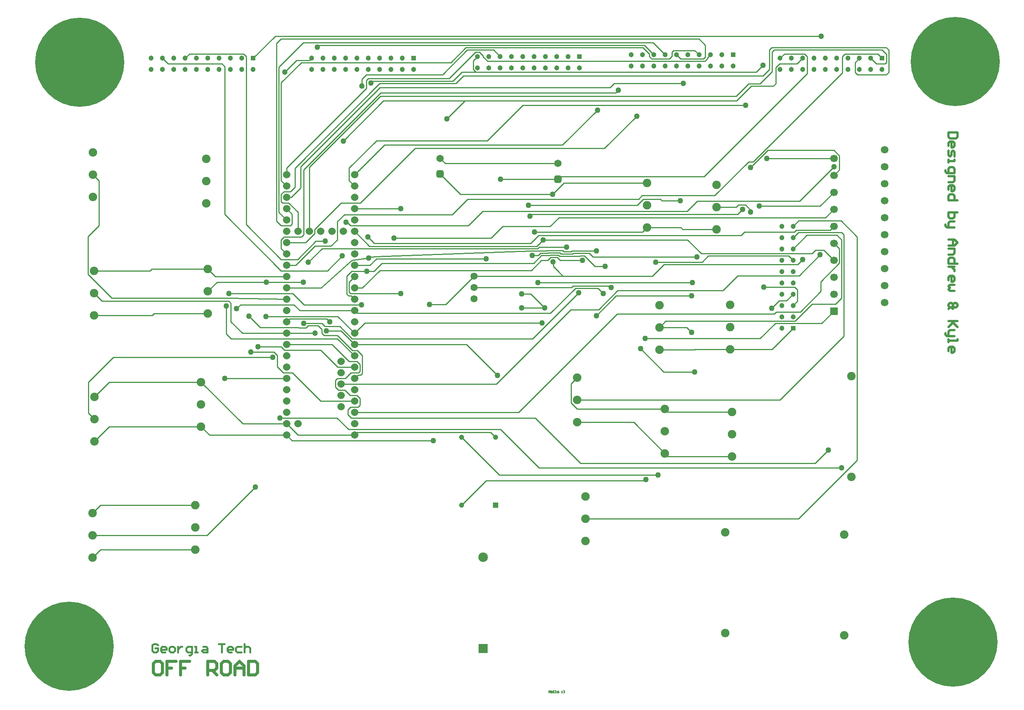
<source format=gbl>
G04*
G04 #@! TF.GenerationSoftware,Altium Limited,Altium Designer,25.8.1 (18)*
G04*
G04 Layer_Physical_Order=2*
G04 Layer_Color=16711680*
%FSLAX44Y44*%
%MOMM*%
G71*
G04*
G04 #@! TF.SameCoordinates,1CB4CA92-3C3F-48A4-B028-BF96C05B1928*
G04*
G04*
G04 #@! TF.FilePolarity,Positive*
G04*
G01*
G75*
%ADD14C,0.2540*%
%ADD29R,1.1350X1.1350*%
%ADD30C,1.1350*%
%ADD32C,2.1450*%
%ADD34C,1.7000*%
%ADD37R,1.7000X1.7000*%
%ADD38R,2.1450X2.1450*%
%ADD40R,1.1350X1.1350*%
%ADD43C,1.1580*%
%ADD44R,1.1580X1.1580*%
%ADD45C,1.6650*%
%ADD46C,1.9000*%
%ADD47C,1.6000*%
G04:AMPARAMS|DCode=48|XSize=1.65mm|YSize=1.65mm|CornerRadius=0.4125mm|HoleSize=0mm|Usage=FLASHONLY|Rotation=90.000|XOffset=0mm|YOffset=0mm|HoleType=Round|Shape=RoundedRectangle|*
%AMROUNDEDRECTD48*
21,1,1.6500,0.8250,0,0,90.0*
21,1,0.8250,1.6500,0,0,90.0*
1,1,0.8250,0.4125,0.4125*
1,1,0.8250,0.4125,-0.4125*
1,1,0.8250,-0.4125,-0.4125*
1,1,0.8250,-0.4125,0.4125*
%
%ADD48ROUNDEDRECTD48*%
%ADD49C,1.6500*%
%ADD50C,1.2700*%
%ADD51C,20.0000*%
%ADD52C,0.5080*%
%ADD53C,0.6350*%
%ADD54C,0.3810*%
D14*
X783138Y1001342D02*
G03*
X776777Y998381I1722J-12012D01*
G01*
X1782674Y1133450D02*
X1859280Y1210056D01*
Y1210310D01*
X1326896Y876300D02*
X1371346Y920750D01*
X1540510D01*
X617220Y646430D02*
X617728Y646938D01*
X745490D01*
X771398Y621030D01*
X1112012D01*
X768559Y1085850D02*
X776179Y1078230D01*
X765810Y1085850D02*
X768559D01*
X776179Y1078230D02*
X1039876D01*
X672084Y900430D02*
X800100D01*
X646176Y926338D02*
X672084Y900430D01*
X503428Y926338D02*
X646176D01*
X1478788Y991108D02*
X1778508D01*
X1789430Y1002030D01*
X1221560Y1011174D02*
X1222576Y1012190D01*
X1230414Y986790D02*
X1241190Y976014D01*
X1229360Y996950D02*
X1230414Y995896D01*
X1183386Y1011174D02*
X1196522D01*
X1217822Y1000252D02*
X1224680Y1007110D01*
X1186434Y993902D02*
X1203706Y1011174D01*
X1239170Y1007110D02*
X1246028Y1000252D01*
X1214685Y1021334D02*
X1215701Y1022350D01*
X1246028Y1000252D02*
X1295400D01*
X711962Y1026922D02*
X1195396D01*
X1244778Y1017270D02*
X1247158Y1014890D01*
X1274132D01*
X1201602Y1016254D02*
X1216789D01*
X1217805Y1017270D02*
X1244778D01*
X1224680Y1007110D02*
X1239170D01*
X1251906Y1022350D02*
X1253412Y1020844D01*
X1179178Y1021334D02*
X1214685D01*
X1203706Y1011174D02*
X1221560D01*
X1215701Y1022350D02*
X1251906D01*
X1196522Y1011174D02*
X1201602Y1016254D01*
X1195396Y1026922D02*
X1198698Y1030224D01*
X1243654Y1009810D02*
X1280576D01*
X1241274Y1012190D02*
X1243654Y1009810D01*
X1203332Y1000252D02*
X1217822D01*
X1222576Y1012190D02*
X1241274D01*
X1198698Y1030224D02*
X1260348D01*
X1230414Y986790D02*
Y995896D01*
X1216789Y1016254D02*
X1217805Y1017270D01*
X1274132Y1014890D02*
X1275496Y1016254D01*
X1254286Y1019970D02*
X1270416D01*
X1253412Y1020844D02*
X1254286Y1019970D01*
X1270416D02*
X1272034Y1021588D01*
X1181127Y978047D02*
X1203332Y1000252D01*
X627491Y799338D02*
X708660D01*
X603758Y795020D02*
X611378Y787400D01*
X620378Y806450D02*
X627491Y799338D01*
X552450Y795020D02*
X603758D01*
X568706Y806450D02*
X620378D01*
X783138Y1001342D02*
X814506Y1005840D01*
X816610D01*
X832032Y1009142D02*
X1179178Y1021334D01*
X818098Y1007328D02*
X832032Y1009142D01*
X632460Y938530D02*
X709762D01*
X776777Y998381D01*
X816610Y1005840D02*
X818098Y1007328D01*
X834136Y1004062D02*
X1080008D01*
X784860Y989330D02*
X819404D01*
X834136Y1004062D01*
X1431900Y1137260D02*
X1470555D01*
X1473705Y1134110D01*
X1515110D01*
X1592414Y1145730D02*
X1667971Y1221287D01*
X1421790Y1137920D02*
X1429599Y1145730D01*
X1592414D01*
X1251750Y964800D02*
X1452480D01*
X812292Y976122D02*
X828179D01*
X778510D02*
X812292D01*
X1246632Y1182930D02*
Y1188212D01*
X1025398Y1422908D02*
X1056640D01*
X1032256Y1358646D02*
X1641348D01*
X849884D02*
X1032256D01*
X632460Y608330D02*
X644652Y596138D01*
X961136D01*
X1241190Y976014D02*
X1251750Y964800D01*
X1452480D02*
X1478788Y991108D01*
X1052830Y964800D02*
X1251750D01*
X198120Y1192530D02*
X211582Y1179068D01*
Y1077976D02*
Y1179068D01*
X187198Y1053592D02*
X211582Y1077976D01*
X187198Y969010D02*
Y1053592D01*
Y969010D02*
X240625Y915583D01*
X503515D01*
X632460Y913130D01*
Y836930D02*
X696468D01*
X1596390Y1120140D02*
X1640586D01*
X1645412Y1124966D01*
X1661160D01*
X1672844Y1113282D01*
Y1109218D02*
Y1113282D01*
X976860Y1194080D02*
X1022606Y1148334D01*
X1228852D01*
X1719834Y892556D02*
X1736852Y909574D01*
X1752854D01*
X1767840Y924560D01*
X1460246Y996188D02*
X1563878D01*
X1577935Y1010245D01*
X1758355D01*
X1767840Y1000760D01*
X1159002Y893740D02*
X1211412D01*
X784860Y887730D02*
X790774Y881816D01*
X1223954D01*
X1280160Y938022D01*
X1330764D01*
X1342546Y926240D01*
X777240Y920750D02*
X784860Y913130D01*
X771455Y920750D02*
X777240D01*
X767645Y924560D02*
X771455Y920750D01*
X767645Y924560D02*
Y965257D01*
X778510Y976122D01*
X1280576Y1009810D02*
X1300226Y1010666D01*
X1323848Y987044D02*
X1346200D01*
X828179Y976122D02*
X845959Y993902D01*
X1186434D01*
X1300226Y1010666D02*
X1323848Y987044D01*
X1272034Y1021588D02*
X1327150D01*
X1024890Y450850D02*
X1080008Y505968D01*
X1435354D01*
X1437640Y508254D01*
X1435862Y824992D02*
X1437640Y823214D01*
X1435862Y824992D02*
X1693926D01*
X1728129Y859195D02*
X1832015D01*
X1693926Y824992D02*
X1728129Y859195D01*
X1832015D02*
X1859280Y886460D01*
X1957578Y1463802D02*
X1967230Y1454150D01*
X1884172Y1463802D02*
X1957578D01*
X1878330Y1457960D02*
X1884172Y1463802D01*
X1878330Y1421638D02*
Y1457960D01*
X1677979Y1221287D02*
X1878330Y1421638D01*
X1667971Y1221287D02*
X1677979D01*
X1038098Y1137920D02*
X1421790D01*
X1003300Y1103122D02*
X1038098Y1137920D01*
X762000Y1103122D02*
X1003300D01*
X746252Y1087374D02*
X762000Y1103122D01*
X746252Y1046480D02*
Y1087374D01*
X732136Y1032364D02*
X746252Y1046480D01*
X696057Y1032364D02*
X732136D01*
X653022Y989330D02*
X696057Y1032364D01*
X632460Y989330D02*
X653022D01*
X821436Y1398270D02*
X826135Y1402969D01*
X1005459D01*
X1025398Y1422908D01*
X772668Y1179322D02*
X784860Y1167130D01*
X772668Y1179322D02*
Y1207770D01*
X834136Y1269238D01*
X1082294D01*
X1161796Y1348740D01*
X1661160D01*
X611378Y762000D02*
Y787400D01*
Y762000D02*
X625348Y748030D01*
X645160D01*
X708660Y684530D01*
X784860D01*
X354330Y1454150D02*
X367030Y1441450D01*
X487680D01*
X494030Y1435100D01*
Y1103376D02*
Y1435100D01*
Y1103376D02*
X620268Y977138D01*
X723900D01*
X757428Y1010666D01*
X1651254Y1056386D02*
X1659128Y1064260D01*
X1770888D01*
X1836831Y1023209D02*
X1859280Y1000760D01*
X1818386Y1023209D02*
X1836831D01*
X1810502Y1015325D02*
X1818386Y1023209D01*
X1562013Y1015325D02*
X1810502D01*
X1531112Y1046226D02*
X1562013Y1015325D01*
X1207516Y1046226D02*
X1531112D01*
X620325Y1179265D02*
X632460Y1167130D01*
X620325Y1179265D02*
Y1399343D01*
X665480Y1444498D01*
X1001268D01*
X1034375Y1477605D01*
X1431457D01*
X1445768Y1463294D01*
Y1457960D02*
Y1463294D01*
Y1457960D02*
X1451443Y1452285D01*
X1490218D01*
X1496568Y1458635D01*
Y1468120D01*
X1499870Y1471422D01*
X1547368D01*
X1557020Y1461770D01*
X1672844Y1208786D02*
X1711452Y1247394D01*
X1859280D01*
X1871726Y1234948D01*
Y1203706D02*
Y1234948D01*
X1859280Y1191260D02*
X1871726Y1203706D01*
X701040Y1478788D02*
X704937Y1482685D01*
X1434505D01*
X1455420Y1461770D01*
X754360Y722630D02*
X1102360D01*
X1269492Y889762D01*
X1331976D01*
X1374648Y932434D01*
X1610614D01*
X1643888Y965708D01*
X1781302D01*
X1828546Y1012952D01*
X1776730Y1441450D02*
X1789430Y1454150D01*
X1737360Y1441450D02*
X1776730D01*
X1728978Y1433068D02*
X1737360Y1441450D01*
X1728978Y1397000D02*
Y1433068D01*
X1723644Y1391666D02*
X1728978Y1397000D01*
X1674368Y1391666D02*
X1723644D01*
X1641348Y1358646D02*
X1674368Y1391666D01*
X991362Y1317752D02*
X1032256Y1358646D01*
X1178306Y1099820D02*
X1182370Y1103884D01*
X1643338D01*
X1654260Y1114806D01*
X1425702Y802132D02*
X1477772Y750062D01*
X1547114D01*
X1174750Y1124204D02*
X1418844D01*
X1431900Y1137260D01*
X1702308Y940308D02*
X1771904D01*
X1777492Y934720D01*
Y908812D02*
Y934720D01*
X1767840Y899160D02*
X1777492Y908812D01*
X197580Y433540D02*
X215360Y451320D01*
X427450D01*
X201390Y693890D02*
X234880Y727380D01*
X440690D01*
X534340Y633730D01*
X632460D01*
X657860Y608330D01*
X784860D01*
X791152Y614622D01*
X1089718D01*
X1101090Y603250D01*
X455930Y980910D02*
X472910Y963930D01*
X632460D01*
X330200Y980910D02*
X455930D01*
X326390Y977100D02*
X330200Y980910D01*
X200660Y977100D02*
X326390D01*
X976860Y1229080D02*
X988010Y1217930D01*
X1240790D01*
X1052830Y939800D02*
X1271270D01*
X1274572Y943102D01*
X1357122D01*
X1360424Y939800D01*
X197580Y333540D02*
X215360Y351320D01*
X427450D01*
X201390Y593890D02*
X234880Y627380D01*
X440690D01*
X459740Y608330D01*
X632460D01*
X335280Y880910D02*
X455930D01*
X331470Y877100D02*
X335280Y880910D01*
X200660Y877100D02*
X331470D01*
X989222Y901192D02*
X1052830Y964800D01*
X953008Y901192D02*
X989222D01*
X197580Y383540D02*
X454406D01*
X562610Y491744D01*
X187960Y657320D02*
X201390Y643890D01*
X187960Y657320D02*
Y726948D01*
X244094Y783082D01*
X601218D01*
X632460Y862330D02*
X639087Y868957D01*
X722353D01*
X728980Y862330D01*
X533400Y836930D02*
X632460D01*
X507746Y862584D02*
X533400Y836930D01*
X507746Y862584D02*
Y904240D01*
X503174Y908812D02*
X507746Y904240D01*
X218948Y908812D02*
X503174D01*
X200660Y927100D02*
X218948Y908812D01*
X476815Y951795D02*
X670052D01*
X628396Y1423162D02*
X654812Y1449578D01*
X683768D01*
X688340Y1454150D01*
X455930Y930910D02*
X476815Y951795D01*
X493776Y735330D02*
X632460D01*
X1283970Y637070D02*
X1410430D01*
X1480280Y567220D01*
X1487430Y560070D01*
X1630680D01*
X1468120Y800100D02*
X1547114D01*
X1547914Y800900D01*
X1626330D01*
X1720380D01*
X1767840Y848360D01*
X1520190Y1070140D02*
X1596390D01*
X1516380Y1073950D02*
X1520190Y1070140D01*
X1440180Y1073950D02*
X1516380D01*
X1430490Y1064260D02*
X1440180Y1073950D01*
X1188466Y1064260D02*
X1430490D01*
X1270508Y723608D02*
X1283970Y737070D01*
X1270508Y680720D02*
Y723608D01*
Y680720D02*
X1284008Y667220D01*
X1480280D01*
X1487430Y660070D01*
X1630680D01*
X1254468Y1173950D02*
X1440180D01*
X1228852Y1148334D02*
X1254468Y1173950D01*
X1529080Y850100D02*
X1540510Y838670D01*
X1468120Y850100D02*
X1529080D01*
X1468120D02*
X1482295Y864275D01*
X1772325D01*
X1810258Y902208D01*
X1863090D01*
X1876806Y915924D01*
Y1046480D01*
X1866392Y1056894D02*
X1876806Y1046480D01*
X1798574Y1056894D02*
X1866392D01*
X1767840Y1026160D02*
X1798574Y1056894D01*
X1283970Y687070D02*
X1738630D01*
X1881886Y830326D01*
Y1058418D01*
X1876806Y1063498D02*
X1881886Y1058418D01*
X1779778Y1063498D02*
X1876806D01*
X1767840Y1051560D02*
X1779778Y1063498D01*
X1302480Y420370D02*
X1780286D01*
X1911604Y551688D01*
Y1053338D01*
X1875536Y1089406D02*
X1911604Y1053338D01*
X1780286Y1089406D02*
X1875536D01*
X1767840Y1076960D02*
X1780286Y1089406D01*
X1159002Y925068D02*
X1180084D01*
X1211412Y893740D01*
X681228Y996188D02*
X711962Y1026922D01*
X662432Y887730D02*
X784860D01*
X649224Y900938D02*
X662432Y887730D01*
X529336Y900938D02*
X649224D01*
X520170Y891772D02*
X529336Y900938D01*
X671068Y858774D02*
X671195Y858901D01*
X711200D01*
X717931Y852170D01*
X752094D01*
X779526Y824738D01*
X1184148D01*
X1287272Y927862D01*
X784860Y938530D02*
X802260D01*
X841777Y978047D01*
X1181127D01*
X1111556Y1182930D02*
X1240790D01*
X1246632D01*
Y1188212D02*
X1567942D01*
X1799082Y1419352D01*
Y1457960D01*
X1793240Y1463802D02*
X1799082Y1457960D01*
X1748282Y1463802D02*
X1793240D01*
X1738630Y1454150D02*
X1748282Y1463802D01*
X776027Y926338D02*
X888238D01*
X772725Y929640D02*
X776027Y926338D01*
X772725Y929640D02*
Y951795D01*
X784860Y963930D01*
X1024890Y603250D02*
X1109472Y518668D01*
X1465072D01*
X1050798Y1448308D02*
X1060450Y1457960D01*
X1050798Y1428750D02*
Y1448308D01*
Y1428750D02*
X1056640Y1422908D01*
X1685290D01*
X1700530Y1438148D01*
X784860Y659130D02*
X1152652D01*
X1373632Y880110D01*
X1725662D01*
X1729980Y884428D01*
X1783842D01*
X1830070Y930656D01*
Y952500D01*
X1871726Y994156D01*
Y1026414D01*
X1859280Y1038860D02*
X1871726Y1026414D01*
X607060Y1503680D02*
X1830745D01*
X557530Y1454150D02*
X607060Y1503680D01*
X548386Y875030D02*
X573221Y850195D01*
X659279D01*
X660860Y848614D01*
X675973D01*
X681180Y853821D01*
X703199D01*
X711200Y845820D01*
Y836676D02*
Y845820D01*
Y836676D02*
X716280Y831596D01*
X746579D01*
X779853Y798322D01*
X791210D01*
X802075Y787457D01*
Y746760D02*
Y787457D01*
X798830Y743515D02*
X802075Y746760D01*
X793045Y743515D02*
X798830D01*
X784860Y735330D02*
X793045Y743515D01*
X708660Y799338D02*
X747268Y760730D01*
X784860D01*
X497078Y835660D02*
Y897636D01*
Y835660D02*
X508000Y824738D01*
X746252D01*
X784860Y786130D01*
X405130Y1454150D02*
X414782Y1463802D01*
X535940D01*
X541782Y1457960D01*
Y1081024D02*
Y1457960D01*
Y1081024D02*
X620268Y1002538D01*
X657098D01*
X697992Y1043432D01*
X718820D01*
X721360Y841756D02*
X754634D01*
X784860Y811530D01*
X1036066D01*
X1105408Y742188D01*
X747268Y874522D02*
X784860Y836930D01*
X586486Y874522D02*
X747268D01*
X784860Y836930D02*
X808228Y860298D01*
X1205230D01*
X632460Y811530D02*
X734568D01*
X772160Y773938D01*
X790194D01*
X796995Y767137D01*
Y751840D02*
Y767137D01*
X793750Y748595D02*
X796995Y751840D01*
X776535Y748595D02*
X793750D01*
X763778Y735838D02*
X776535Y748595D01*
X746506Y735838D02*
X763778D01*
X742188Y731520D02*
X746506Y735838D01*
X742188Y716280D02*
Y731520D01*
Y716280D02*
X749046Y709422D01*
X763270D01*
X774954Y697738D01*
X790194D01*
X797052Y690880D01*
Y675640D02*
Y690880D01*
X792734Y671322D02*
X797052Y675640D01*
X775462Y671322D02*
X792734D01*
X769620Y665480D02*
X775462Y671322D01*
X769620Y654558D02*
Y665480D01*
Y654558D02*
X777240Y646938D01*
X1189482D01*
X1291590Y544830D01*
X1816862D01*
X1846580Y574548D01*
X1112012Y621030D02*
X1198118Y534924D01*
X1876806D01*
X814832Y1053338D02*
X829310Y1038860D01*
X1179830D01*
X1197356Y1056386D01*
X1651254D01*
X1770888Y1064260D02*
X1775206Y1068578D01*
X1850898D01*
X1859280Y1076960D01*
X784860Y1065530D02*
X818388Y1032002D01*
X1193292D01*
X1207516Y1046226D01*
X801116Y1391920D02*
Y1407160D01*
X811276Y1417320D01*
X982472D01*
X1037677Y1472525D01*
X1096685D01*
X1111250Y1457960D01*
X784860Y1116330D02*
X888746D01*
X784860Y1192530D02*
X851916Y1259586D01*
X1251204D01*
X1329182Y1337564D01*
X632460Y1192530D02*
Y1208024D01*
X811276Y1386840D01*
Y1404620D01*
X815271Y1408615D01*
X997135D01*
X1055965Y1467445D01*
X1064935D01*
X1073150Y1459230D01*
Y1457198D02*
Y1459230D01*
Y1457198D02*
X1083143Y1447205D01*
X1570243D01*
X1575919Y1452880D01*
Y1455269D01*
X1582420Y1461770D01*
X1709166Y1229360D02*
X1859280D01*
X632460Y1141730D02*
X642494D01*
X663956Y1163192D01*
Y1210252D01*
X841814Y1388110D01*
X1357376D01*
X1366774Y1397508D01*
X1521968D01*
X632460Y1116330D02*
X644595Y1104195D01*
Y1082040D02*
Y1104195D01*
X641293Y1078738D02*
X644595Y1082040D01*
X619760Y1078738D02*
X641293D01*
X609600Y1088898D02*
X619760Y1078738D01*
X609600Y1088898D02*
Y1486916D01*
X619760Y1497076D01*
X1557274D01*
X1570990Y1483360D01*
Y1456857D02*
Y1483360D01*
X1566418Y1452285D02*
X1570990Y1456857D01*
X1515705Y1452285D02*
X1566418D01*
X1506220Y1461770D02*
X1515705Y1452285D01*
X1691894Y1122172D02*
X1828292D01*
X1859280Y1153160D01*
X615245Y1108145D02*
X632460Y1090930D01*
X615245Y1108145D02*
Y1434110D01*
X670083Y1488948D01*
X1453642D01*
X1480820Y1461770D01*
X632460Y1040130D02*
X675386D01*
X695452Y1060196D01*
Y1069594D01*
X754888Y1129030D01*
X797560D01*
X920242Y1251712D01*
X1345184D01*
X1417320Y1323848D01*
X620268Y1026922D02*
X632460Y1014730D01*
X620268Y1026922D02*
Y1046480D01*
X626618Y1052830D01*
X665480D01*
X670560Y1057910D01*
Y1203965D01*
X843275Y1376680D01*
X1370584D01*
X1376172Y1382268D01*
X683260Y1065530D02*
Y1209294D01*
X842518Y1368552D01*
X1640222D01*
X1668550Y1396880D01*
X1693552D01*
X1720850Y1424178D01*
Y1468120D01*
X1725930Y1473200D01*
X1966722D01*
X1976882Y1463040D01*
Y1444752D02*
Y1463040D01*
X1973580Y1441450D02*
X1976882Y1444752D01*
X1954530Y1441450D02*
X1973580D01*
X1941830Y1454150D02*
X1954530Y1441450D01*
X657860Y1065530D02*
Y1108456D01*
X636778Y1129538D02*
X657860Y1108456D01*
X623627Y1129538D02*
X636778D01*
X620325Y1132840D02*
X623627Y1129538D01*
X620325Y1132840D02*
Y1148645D01*
X626618Y1154938D01*
X641350D01*
X651002Y1164590D01*
Y1207458D01*
X841433Y1397889D01*
X1012406D01*
X1029297Y1414780D01*
X1700784D01*
X1714754Y1428750D01*
Y1473200D01*
X1719834Y1478280D01*
X1976628D01*
X1981962Y1472946D01*
Y1422400D02*
Y1472946D01*
X1976628Y1417066D02*
X1981962Y1422400D01*
X1912112Y1417066D02*
X1976628D01*
X1906778Y1422400D02*
X1912112Y1417066D01*
X1906778Y1422400D02*
Y1444498D01*
X1916430Y1454150D01*
X1039876Y1078230D02*
X1072134Y1110488D01*
X1529842D01*
X1552804Y1133450D01*
X1782674D01*
X872998Y1050544D02*
X1090930D01*
X1117092Y1076706D01*
X1223264D01*
X1242822Y1096264D01*
X1840484D01*
X1859280Y1115060D01*
X759460Y1268222D02*
X849884Y1358646D01*
X1275496Y1016254D02*
X1311148D01*
X1319401Y1008001D01*
X1552319D01*
X1195676Y950722D02*
X1542034D01*
X1220470Y35558D02*
Y30480D01*
Y33019D01*
X1223856D01*
Y35558D01*
Y30480D01*
X1228087D02*
X1226395D01*
X1225548Y31326D01*
Y33019D01*
X1226395Y33866D01*
X1228087D01*
X1228934Y33019D01*
Y32173D01*
X1225548D01*
X1230627Y30480D02*
X1232319D01*
X1231473D01*
Y35558D01*
X1230627D01*
X1234859Y30480D02*
X1236552D01*
X1235705D01*
Y35558D01*
X1234859D01*
X1239937Y30480D02*
X1241630D01*
X1242476Y31326D01*
Y33019D01*
X1241630Y33866D01*
X1239937D01*
X1239091Y33019D01*
Y31326D01*
X1239937Y30480D01*
X1249247Y33866D02*
X1250094D01*
Y33019D01*
X1249247D01*
Y33866D01*
Y31326D02*
X1250094D01*
Y30480D01*
X1249247D01*
Y31326D01*
X1253479Y30480D02*
X1255172Y32173D01*
Y33866D01*
X1253479Y35558D01*
D29*
X1967230Y1454150D02*
D03*
X916940D02*
D03*
X557530D02*
D03*
X1289050Y1457960D02*
D03*
X1633220Y1461770D02*
D03*
D30*
X1941830Y1454150D02*
D03*
X1916430D02*
D03*
X1891030D02*
D03*
X1865630D02*
D03*
X1840230D02*
D03*
X1814830D02*
D03*
X1738630D02*
D03*
X1967230Y1428750D02*
D03*
X1941830D02*
D03*
X1916430D02*
D03*
X1891030D02*
D03*
X1865630D02*
D03*
X1840230D02*
D03*
X1814830D02*
D03*
X1789430D02*
D03*
X1764030D02*
D03*
X1738630D02*
D03*
X1789430Y1454150D02*
D03*
X1764030D02*
D03*
X688340Y1428750D02*
D03*
X713740D02*
D03*
X739140D02*
D03*
X764540D02*
D03*
X789940D02*
D03*
X815340D02*
D03*
X840740D02*
D03*
X866140D02*
D03*
X891540D02*
D03*
X916940D02*
D03*
X688340Y1454150D02*
D03*
X713740D02*
D03*
X739140D02*
D03*
X764540D02*
D03*
X789940D02*
D03*
X815340D02*
D03*
X840740D02*
D03*
X866140D02*
D03*
X891540D02*
D03*
X328930Y1428750D02*
D03*
X354330D02*
D03*
X379730D02*
D03*
X405130D02*
D03*
X430530D02*
D03*
X455930D02*
D03*
X481330D02*
D03*
X506730D02*
D03*
X532130D02*
D03*
X557530D02*
D03*
X328930Y1454150D02*
D03*
X354330D02*
D03*
X379730D02*
D03*
X405130D02*
D03*
X430530D02*
D03*
X455930D02*
D03*
X481330D02*
D03*
X506730D02*
D03*
X532130D02*
D03*
X1060450Y1432560D02*
D03*
X1085850D02*
D03*
X1111250D02*
D03*
X1136650D02*
D03*
X1162050D02*
D03*
X1187450D02*
D03*
X1212850D02*
D03*
X1238250D02*
D03*
X1263650D02*
D03*
X1289050D02*
D03*
X1060450Y1457960D02*
D03*
X1085850D02*
D03*
X1111250D02*
D03*
X1136650D02*
D03*
X1162050D02*
D03*
X1187450D02*
D03*
X1212850D02*
D03*
X1238250D02*
D03*
X1263650D02*
D03*
X1742440Y1076960D02*
D03*
Y1051560D02*
D03*
Y1026160D02*
D03*
Y1000760D02*
D03*
Y975360D02*
D03*
Y949960D02*
D03*
Y924560D02*
D03*
Y899160D02*
D03*
Y873760D02*
D03*
Y848360D02*
D03*
X1767840Y1076960D02*
D03*
Y1051560D02*
D03*
Y1026160D02*
D03*
Y1000760D02*
D03*
Y975360D02*
D03*
Y949960D02*
D03*
Y924560D02*
D03*
Y899160D02*
D03*
Y873760D02*
D03*
X1404620Y1436370D02*
D03*
X1430020D02*
D03*
X1455420D02*
D03*
X1480820D02*
D03*
X1506220D02*
D03*
X1531620D02*
D03*
X1557020D02*
D03*
X1582420D02*
D03*
X1607820D02*
D03*
X1633220D02*
D03*
X1404620Y1461770D02*
D03*
X1430020D02*
D03*
X1455420D02*
D03*
X1480820D02*
D03*
X1506220D02*
D03*
X1531620D02*
D03*
X1557020D02*
D03*
X1582420D02*
D03*
X1607820D02*
D03*
D32*
X1073150Y333930D02*
D03*
D34*
X1859280Y962660D02*
D03*
Y1115060D02*
D03*
Y924560D02*
D03*
X1973280Y1248360D02*
D03*
Y1210260D02*
D03*
Y1172160D02*
D03*
Y1134060D02*
D03*
Y1095960D02*
D03*
Y1057860D02*
D03*
Y1019760D02*
D03*
Y981660D02*
D03*
Y943560D02*
D03*
Y905460D02*
D03*
X1859280Y1229360D02*
D03*
Y1191260D02*
D03*
Y1153160D02*
D03*
Y1076960D02*
D03*
Y1038860D02*
D03*
Y1000760D02*
D03*
D37*
Y886460D02*
D03*
D38*
X1073150Y129030D02*
D03*
D40*
X1767840Y848360D02*
D03*
D43*
X1024890Y450850D02*
D03*
Y603250D02*
D03*
X1101090D02*
D03*
D44*
Y450850D02*
D03*
D45*
X657860Y1065530D02*
D03*
X683260D02*
D03*
X759460D02*
D03*
X754360Y697230D02*
D03*
X632460Y989330D02*
D03*
X754360Y671830D02*
D03*
X632460Y608330D02*
D03*
X754360Y722630D02*
D03*
X784860Y633730D02*
D03*
Y963930D02*
D03*
X708660Y1065530D02*
D03*
X754360Y773430D02*
D03*
Y748030D02*
D03*
X632460Y963930D02*
D03*
X784860Y608330D02*
D03*
X632460Y633730D02*
D03*
X657860D02*
D03*
X632460Y659130D02*
D03*
X734060Y1065530D02*
D03*
X632460Y1014730D02*
D03*
Y1040130D02*
D03*
Y1065530D02*
D03*
Y1090930D02*
D03*
Y1116330D02*
D03*
Y1141730D02*
D03*
Y1167130D02*
D03*
Y1192530D02*
D03*
X784860D02*
D03*
Y1167130D02*
D03*
Y1141730D02*
D03*
Y1116330D02*
D03*
Y1090930D02*
D03*
Y1065530D02*
D03*
Y1040130D02*
D03*
Y1014730D02*
D03*
Y989330D02*
D03*
X632460Y684530D02*
D03*
Y709930D02*
D03*
Y735330D02*
D03*
Y760730D02*
D03*
Y786130D02*
D03*
Y811530D02*
D03*
Y836930D02*
D03*
Y862330D02*
D03*
Y887730D02*
D03*
Y913130D02*
D03*
Y938530D02*
D03*
X784860D02*
D03*
Y913130D02*
D03*
Y887730D02*
D03*
Y862330D02*
D03*
Y836930D02*
D03*
Y811530D02*
D03*
Y786130D02*
D03*
Y760730D02*
D03*
Y735330D02*
D03*
Y709930D02*
D03*
Y684530D02*
D03*
Y659130D02*
D03*
D46*
X440690Y677380D02*
D03*
X452120Y1128560D02*
D03*
X198120Y1142530D02*
D03*
X455930Y880910D02*
D03*
X200660Y877100D02*
D03*
X440690Y627380D02*
D03*
X201390Y593890D02*
D03*
X427450Y351320D02*
D03*
X197580Y333540D02*
D03*
X1882140Y158780D02*
D03*
Y384780D02*
D03*
X198120Y1242530D02*
D03*
X452120Y1228560D02*
D03*
X455930Y980910D02*
D03*
X200660Y977100D02*
D03*
X440690Y727380D02*
D03*
X201390Y693890D02*
D03*
X427450Y451320D02*
D03*
X197580Y433540D02*
D03*
X1615440Y389860D02*
D03*
Y163860D02*
D03*
X1898080Y740780D02*
D03*
Y514780D02*
D03*
X1596390Y1170140D02*
D03*
Y1120140D02*
D03*
Y1070140D02*
D03*
X1626330Y900900D02*
D03*
Y850900D02*
D03*
Y800900D02*
D03*
X1480280Y667220D02*
D03*
Y617220D02*
D03*
Y567220D02*
D03*
X1630680Y660070D02*
D03*
Y610070D02*
D03*
Y560070D02*
D03*
X1440180Y1173950D02*
D03*
Y1123950D02*
D03*
Y1073950D02*
D03*
X1468120Y900100D02*
D03*
Y850100D02*
D03*
Y800100D02*
D03*
X1283970Y737070D02*
D03*
Y687070D02*
D03*
Y637070D02*
D03*
X1302480Y470370D02*
D03*
Y420370D02*
D03*
Y370370D02*
D03*
X452120Y1178560D02*
D03*
X455930Y930910D02*
D03*
X427450Y401320D02*
D03*
X200660Y927100D02*
D03*
X201390Y643890D02*
D03*
X197580Y383540D02*
D03*
X198120Y1192530D02*
D03*
D47*
X1052830Y964800D02*
D03*
Y913800D02*
D03*
Y939800D02*
D03*
D48*
X1240790Y1182930D02*
D03*
X976860Y1194080D02*
D03*
D49*
X1240790Y1217930D02*
D03*
X976860Y1229080D02*
D03*
D50*
X1859280Y1210310D02*
D03*
X1540510Y920750D02*
D03*
X617220Y646430D02*
D03*
X765810Y1085850D02*
D03*
X800100Y900430D02*
D03*
X1789430Y1002030D02*
D03*
X586740Y951795D02*
D03*
X1437640Y508254D02*
D03*
X1229360Y996950D02*
D03*
X552450Y795020D02*
D03*
X816610Y1005840D02*
D03*
X1515110Y1134110D02*
D03*
X1460246Y996188D02*
D03*
X1552319Y1008001D02*
D03*
X961136Y596138D02*
D03*
X696468Y836930D02*
D03*
X1672844Y1109218D02*
D03*
X1719834Y892556D02*
D03*
X1159002Y893740D02*
D03*
X1211412D02*
D03*
X1342546Y926240D02*
D03*
X812292Y976122D02*
D03*
X1346200Y987044D02*
D03*
X1327150Y1021588D02*
D03*
X1435862Y824992D02*
D03*
X821436Y1398270D02*
D03*
X1700530Y1438148D02*
D03*
X1661160Y1348740D02*
D03*
X757428Y1010666D02*
D03*
X1672844Y1208786D02*
D03*
X701040Y1478788D02*
D03*
X1828546Y1012952D02*
D03*
X991362Y1317752D02*
D03*
X1178306Y1099820D02*
D03*
X1654260Y1114806D02*
D03*
X1425702Y802132D02*
D03*
X1547114Y750062D02*
D03*
X1174750Y1124204D02*
D03*
X1702308Y940308D02*
D03*
X1360424Y939800D02*
D03*
X953008Y901192D02*
D03*
X562610Y491744D02*
D03*
X601218Y783082D02*
D03*
X728980Y862330D02*
D03*
X670052Y951795D02*
D03*
X628396Y1423162D02*
D03*
X493776Y735330D02*
D03*
X1188466Y1064260D02*
D03*
X1228852Y1148334D02*
D03*
X1540510Y838670D02*
D03*
X1080008Y1004062D02*
D03*
X1159002Y925068D02*
D03*
X681228Y996188D02*
D03*
X1260348Y1030224D02*
D03*
X520170Y891772D02*
D03*
X671068Y858774D02*
D03*
X1287272Y927862D02*
D03*
X1295400Y1000252D02*
D03*
X1111556Y1182930D02*
D03*
X888238Y926338D02*
D03*
X1465072Y518668D02*
D03*
X1830745Y1503680D02*
D03*
X503428Y926338D02*
D03*
X548386Y875030D02*
D03*
X568706Y806450D02*
D03*
X497078Y897636D02*
D03*
X718820Y1043432D02*
D03*
X721360Y841756D02*
D03*
X1105408Y742188D02*
D03*
X586486Y874522D02*
D03*
X1205230Y860298D02*
D03*
X1846580Y574548D02*
D03*
X1876806Y534924D02*
D03*
X814832Y1053338D02*
D03*
X1207516Y1046226D02*
D03*
X801116Y1391920D02*
D03*
X888746Y1116330D02*
D03*
X1329182Y1337564D02*
D03*
X1709166Y1229360D02*
D03*
X1521968Y1397508D02*
D03*
X1691894Y1122172D02*
D03*
X1417320Y1323848D02*
D03*
X1376172Y1382268D02*
D03*
X872998Y1050544D02*
D03*
X759460Y1268222D02*
D03*
X1183386Y1011174D02*
D03*
X1195676Y950722D02*
D03*
X1542034D02*
D03*
X1326896Y876300D02*
D03*
D51*
X168910Y1445260D02*
D03*
X2125980Y143510D02*
D03*
X2131060Y1446530D02*
D03*
X144780Y134620D02*
D03*
D52*
X2136555Y1287780D02*
X2116241D01*
Y1277623D01*
X2119627Y1274238D01*
X2133169D01*
X2136555Y1277623D01*
Y1287780D01*
X2116241Y1257310D02*
Y1264081D01*
X2119627Y1267467D01*
X2126398D01*
X2129783Y1264081D01*
Y1257310D01*
X2126398Y1253924D01*
X2123012D01*
Y1267467D01*
X2116241Y1247153D02*
Y1236996D01*
X2119627Y1233611D01*
X2123012Y1236996D01*
Y1243768D01*
X2126398Y1247153D01*
X2129783Y1243768D01*
Y1233611D01*
X2116241Y1226840D02*
Y1220069D01*
Y1223454D01*
X2129783D01*
Y1226840D01*
X2109470Y1203141D02*
Y1199755D01*
X2112856Y1196370D01*
X2129783D01*
Y1206526D01*
X2126398Y1209912D01*
X2119627D01*
X2116241Y1206526D01*
Y1196370D01*
Y1189598D02*
X2129783D01*
Y1179442D01*
X2126398Y1176056D01*
X2116241D01*
Y1159128D02*
Y1165900D01*
X2119627Y1169285D01*
X2126398D01*
X2129783Y1165900D01*
Y1159128D01*
X2126398Y1155743D01*
X2123012D01*
Y1169285D01*
X2136555Y1135429D02*
X2116241D01*
Y1145586D01*
X2119627Y1148972D01*
X2126398D01*
X2129783Y1145586D01*
Y1135429D01*
X2136555Y1108345D02*
X2116241D01*
Y1098188D01*
X2119627Y1094802D01*
X2123012D01*
X2126398D01*
X2129783Y1098188D01*
Y1108345D01*
Y1088031D02*
X2119627D01*
X2116241Y1084646D01*
Y1074489D01*
X2112856D01*
X2109470Y1077875D01*
Y1081260D01*
X2116241Y1074489D02*
X2129783D01*
X2116241Y1047404D02*
X2129783D01*
X2136555Y1040633D01*
X2129783Y1033862D01*
X2116241D01*
X2126398D01*
Y1047404D01*
X2116241Y1027091D02*
X2129783D01*
Y1016934D01*
X2126398Y1013549D01*
X2116241D01*
X2136555Y993235D02*
X2116241D01*
Y1003392D01*
X2119627Y1006778D01*
X2126398D01*
X2129783Y1003392D01*
Y993235D01*
Y986464D02*
X2116241D01*
X2123012D01*
X2126398Y983079D01*
X2129783Y979693D01*
Y976308D01*
X2116241Y955994D02*
Y962765D01*
X2119627Y966151D01*
X2126398D01*
X2129783Y962765D01*
Y955994D01*
X2126398Y952608D01*
X2123012D01*
Y966151D01*
X2129783Y945837D02*
X2119627D01*
X2116241Y942452D01*
X2119627Y939066D01*
X2116241Y935681D01*
X2119627Y932295D01*
X2129783D01*
X2116241Y891668D02*
X2119627Y895054D01*
X2116241Y898439D01*
Y901825D01*
X2119627Y905211D01*
X2123012D01*
X2126398Y901825D01*
X2129783Y905211D01*
X2133169D01*
X2136555Y901825D01*
Y898439D01*
X2133169Y895054D01*
X2129783D01*
X2126398Y898439D01*
X2123012Y895054D01*
X2119627D01*
X2126398Y891668D02*
X2123012Y895054D01*
X2126398Y901825D02*
Y898439D01*
X2136555Y864584D02*
X2116241D01*
X2123012D01*
X2136555Y851041D01*
X2126398Y861198D01*
X2116241Y851041D01*
X2129783Y844270D02*
X2119627D01*
X2116241Y840885D01*
Y830728D01*
X2112856D01*
X2109470Y834114D01*
Y837499D01*
X2116241Y830728D02*
X2129783D01*
X2116241Y823957D02*
Y817186D01*
Y820571D01*
X2136555D01*
Y823957D01*
X2116241Y796872D02*
Y803643D01*
X2119627Y807029D01*
X2126398D01*
X2129783Y803643D01*
Y796872D01*
X2126398Y793487D01*
X2123012D01*
Y807029D01*
D53*
X349245Y100320D02*
X339088D01*
X334010Y95242D01*
Y74928D01*
X339088Y69850D01*
X349245D01*
X354323Y74928D01*
Y95242D01*
X349245Y100320D01*
X384794D02*
X364480D01*
Y85085D01*
X374637D01*
X364480D01*
Y69850D01*
X415264Y100320D02*
X394950D01*
Y85085D01*
X405107D01*
X394950D01*
Y69850D01*
X455891D02*
Y100320D01*
X471126D01*
X476204Y95242D01*
Y85085D01*
X471126Y80007D01*
X455891D01*
X466047D02*
X476204Y69850D01*
X501596Y100320D02*
X491439D01*
X486361Y95242D01*
Y74928D01*
X491439Y69850D01*
X501596D01*
X506674Y74928D01*
Y95242D01*
X501596Y100320D01*
X516831Y69850D02*
Y90163D01*
X526988Y100320D01*
X537144Y90163D01*
Y69850D01*
Y85085D01*
X516831D01*
X547301Y100320D02*
Y69850D01*
X562536D01*
X567614Y74928D01*
Y95242D01*
X562536Y100320D01*
X547301D01*
D54*
X344166Y136518D02*
X340992Y139692D01*
X334644D01*
X331470Y136518D01*
Y123822D01*
X334644Y120648D01*
X340992D01*
X344166Y123822D01*
Y130170D01*
X337818D01*
X360036Y120648D02*
X353688D01*
X350514Y123822D01*
Y130170D01*
X353688Y133344D01*
X360036D01*
X363210Y130170D01*
Y126996D01*
X350514D01*
X372732Y120648D02*
X379080D01*
X382254Y123822D01*
Y130170D01*
X379080Y133344D01*
X372732D01*
X369558Y130170D01*
Y123822D01*
X372732Y120648D01*
X388602Y133344D02*
Y120648D01*
Y126996D01*
X391776Y130170D01*
X394949Y133344D01*
X398124D01*
X413993Y114300D02*
X417167D01*
X420341Y117474D01*
Y133344D01*
X410819D01*
X407645Y130170D01*
Y123822D01*
X410819Y120648D01*
X420341D01*
X426689D02*
X433037D01*
X429863D01*
Y133344D01*
X426689D01*
X445733D02*
X452081D01*
X455255Y130170D01*
Y120648D01*
X445733D01*
X442559Y123822D01*
X445733Y126996D01*
X455255D01*
X480647Y139692D02*
X493343D01*
X486995D01*
Y120648D01*
X509213D02*
X502865D01*
X499691Y123822D01*
Y130170D01*
X502865Y133344D01*
X509213D01*
X512387Y130170D01*
Y126996D01*
X499691D01*
X531430Y133344D02*
X521908D01*
X518735Y130170D01*
Y123822D01*
X521908Y120648D01*
X531430D01*
X537778Y139692D02*
Y120648D01*
Y130170D01*
X540952Y133344D01*
X547300D01*
X550474Y130170D01*
Y120648D01*
M02*

</source>
